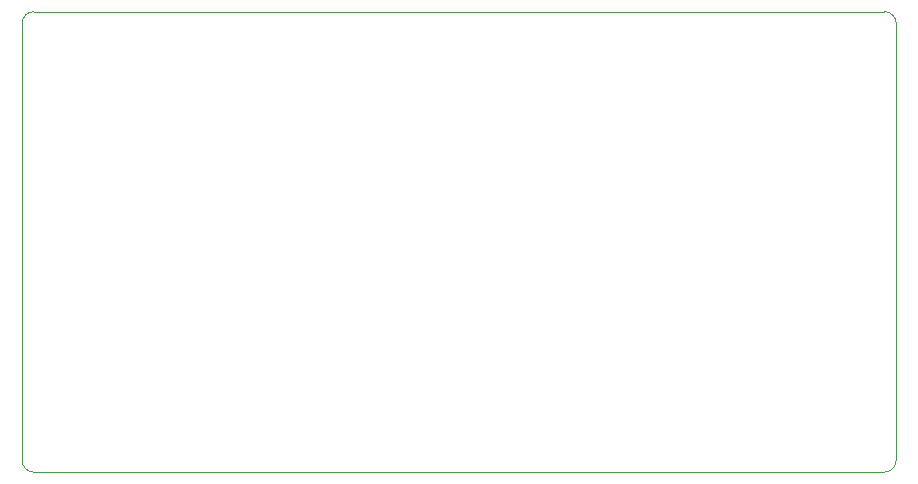
<source format=gm1>
%TF.GenerationSoftware,KiCad,Pcbnew,5.1.10*%
%TF.CreationDate,2021-11-03T22:20:00+01:00*%
%TF.ProjectId,main_pcb_ui,6d61696e-5f70-4636-925f-75692e6b6963,rev?*%
%TF.SameCoordinates,PX8583b00PY5f5e100*%
%TF.FileFunction,Profile,NP*%
%FSLAX46Y46*%
G04 Gerber Fmt 4.6, Leading zero omitted, Abs format (unit mm)*
G04 Created by KiCad (PCBNEW 5.1.10) date 2021-11-03 22:20:00*
%MOMM*%
%LPD*%
G01*
G04 APERTURE LIST*
%TA.AperFunction,Profile*%
%ADD10C,0.050000*%
%TD*%
G04 APERTURE END LIST*
D10*
X36000000Y27000000D02*
G75*
G02*
X37000000Y26000000I0J-1000000D01*
G01*
X37000000Y-11000000D02*
G75*
G02*
X36000000Y-12000000I-1000000J0D01*
G01*
X-36000000Y-12000000D02*
G75*
G02*
X-37000000Y-11000000I0J1000000D01*
G01*
X-37000000Y26000000D02*
G75*
G02*
X-36000000Y27000000I1000000J0D01*
G01*
X-37000000Y-11000000D02*
X-37000000Y26000000D01*
X36000000Y-12000000D02*
X-36000000Y-12000000D01*
X37000000Y26000000D02*
X37000000Y-11000000D01*
X-36000000Y27000000D02*
X36000000Y27000000D01*
M02*

</source>
